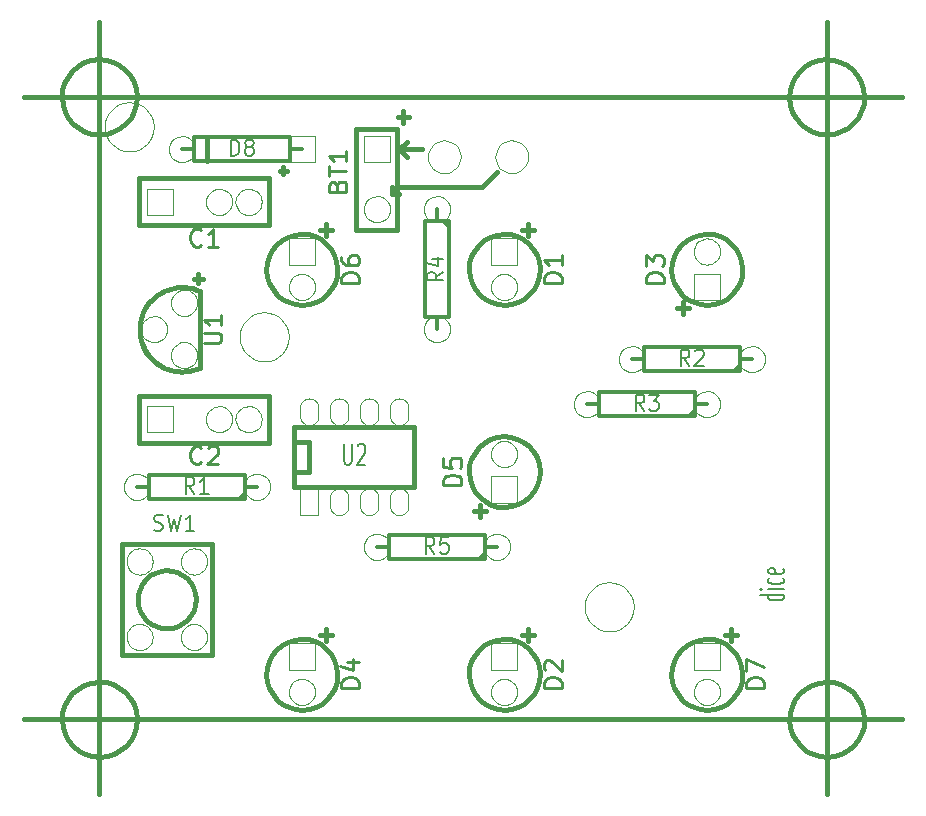
<source format=gto>
G04 (created by PCBNEW-RS274X (20100402 SVN-R2504)-final) date Sun 11 Apr 2010 05:01:01 PM CEST*
G01*
G70*
G90*
%MOIN*%
G04 Gerber Fmt 3.4, Leading zero omitted, Abs format*
%FSLAX34Y34*%
G04 APERTURE LIST*
%ADD10C,0.001000*%
%ADD11C,0.015000*%
%ADD12C,0.006600*%
%ADD13C,0.012000*%
%ADD14C,0.009900*%
%ADD15C,0.007500*%
%ADD16C,0.010000*%
%ADD17C,0.008000*%
G04 APERTURE END LIST*
G54D10*
G54D11*
X80250Y-24500D02*
X80226Y-24742D01*
X80155Y-24976D01*
X80041Y-25191D01*
X79886Y-25380D01*
X79698Y-25536D01*
X79484Y-25652D01*
X79251Y-25724D01*
X79008Y-25749D01*
X78766Y-25727D01*
X78532Y-25658D01*
X78316Y-25545D01*
X78126Y-25393D01*
X77969Y-25206D01*
X77852Y-24992D01*
X77778Y-24759D01*
X77751Y-24517D01*
X77771Y-24275D01*
X77838Y-24040D01*
X77950Y-23823D01*
X78101Y-23632D01*
X78287Y-23474D01*
X78500Y-23355D01*
X78732Y-23280D01*
X78974Y-23251D01*
X79217Y-23269D01*
X79452Y-23335D01*
X79669Y-23445D01*
X79862Y-23595D01*
X80021Y-23780D01*
X80141Y-23992D01*
X80218Y-24224D01*
X80249Y-24466D01*
X80250Y-24500D01*
X76500Y-24500D02*
X81500Y-24500D01*
X79000Y-22000D02*
X79000Y-27000D01*
X56000Y-24500D02*
X55976Y-24742D01*
X55905Y-24976D01*
X55791Y-25191D01*
X55636Y-25380D01*
X55448Y-25536D01*
X55234Y-25652D01*
X55001Y-25724D01*
X54758Y-25749D01*
X54516Y-25727D01*
X54282Y-25658D01*
X54066Y-25545D01*
X53876Y-25393D01*
X53719Y-25206D01*
X53602Y-24992D01*
X53528Y-24759D01*
X53501Y-24517D01*
X53521Y-24275D01*
X53588Y-24040D01*
X53700Y-23823D01*
X53851Y-23632D01*
X54037Y-23474D01*
X54250Y-23355D01*
X54482Y-23280D01*
X54724Y-23251D01*
X54967Y-23269D01*
X55202Y-23335D01*
X55419Y-23445D01*
X55612Y-23595D01*
X55771Y-23780D01*
X55891Y-23992D01*
X55968Y-24224D01*
X55999Y-24466D01*
X56000Y-24500D01*
X52250Y-24500D02*
X57250Y-24500D01*
X54750Y-22000D02*
X54750Y-27000D01*
X56000Y-45250D02*
X55976Y-45492D01*
X55905Y-45726D01*
X55791Y-45941D01*
X55636Y-46130D01*
X55448Y-46286D01*
X55234Y-46402D01*
X55001Y-46474D01*
X54758Y-46499D01*
X54516Y-46477D01*
X54282Y-46408D01*
X54066Y-46295D01*
X53876Y-46143D01*
X53719Y-45956D01*
X53602Y-45742D01*
X53528Y-45509D01*
X53501Y-45267D01*
X53521Y-45025D01*
X53588Y-44790D01*
X53700Y-44573D01*
X53851Y-44382D01*
X54037Y-44224D01*
X54250Y-44105D01*
X54482Y-44030D01*
X54724Y-44001D01*
X54967Y-44019D01*
X55202Y-44085D01*
X55419Y-44195D01*
X55612Y-44345D01*
X55771Y-44530D01*
X55891Y-44742D01*
X55968Y-44974D01*
X55999Y-45216D01*
X56000Y-45250D01*
X52250Y-45250D02*
X57250Y-45250D01*
X54750Y-42750D02*
X54750Y-47750D01*
X80250Y-45250D02*
X80226Y-45492D01*
X80155Y-45726D01*
X80041Y-45941D01*
X79886Y-46130D01*
X79698Y-46286D01*
X79484Y-46402D01*
X79251Y-46474D01*
X79008Y-46499D01*
X78766Y-46477D01*
X78532Y-46408D01*
X78316Y-46295D01*
X78126Y-46143D01*
X77969Y-45956D01*
X77852Y-45742D01*
X77778Y-45509D01*
X77751Y-45267D01*
X77771Y-45025D01*
X77838Y-44790D01*
X77950Y-44573D01*
X78101Y-44382D01*
X78287Y-44224D01*
X78500Y-44105D01*
X78732Y-44030D01*
X78974Y-44001D01*
X79217Y-44019D01*
X79452Y-44085D01*
X79669Y-44195D01*
X79862Y-44345D01*
X80021Y-44530D01*
X80141Y-44742D01*
X80218Y-44974D01*
X80249Y-45216D01*
X80250Y-45250D01*
X76500Y-45250D02*
X81500Y-45250D01*
X79000Y-42750D02*
X79000Y-47750D01*
X79000Y-24500D02*
X54750Y-24500D01*
X79000Y-45250D02*
X54750Y-45250D01*
X79000Y-29500D02*
X79000Y-45250D01*
X79000Y-29500D02*
X79000Y-24500D01*
X54750Y-44750D02*
X54750Y-45250D01*
X54750Y-24500D02*
X54750Y-25750D01*
X65250Y-26250D02*
X65500Y-26250D01*
X65000Y-26250D02*
X65250Y-26250D01*
X64750Y-26250D02*
X65000Y-26250D01*
X64500Y-27750D02*
X64750Y-27750D01*
X64500Y-27750D02*
X64500Y-27500D01*
X64750Y-27500D02*
X64500Y-27750D01*
X67500Y-27500D02*
X64750Y-27500D01*
X68000Y-27000D02*
X67500Y-27500D01*
X64750Y-26250D02*
X65000Y-26500D01*
X64750Y-26250D02*
X65000Y-26000D01*
G54D12*
X77574Y-41097D02*
X76774Y-41097D01*
X77536Y-41097D02*
X77574Y-41135D01*
X77574Y-41210D01*
X77536Y-41247D01*
X77498Y-41266D01*
X77421Y-41285D01*
X77193Y-41285D01*
X77117Y-41266D01*
X77079Y-41247D01*
X77040Y-41210D01*
X77040Y-41135D01*
X77079Y-41097D01*
X77574Y-40910D02*
X77040Y-40910D01*
X76774Y-40910D02*
X76812Y-40929D01*
X76850Y-40910D01*
X76812Y-40891D01*
X76774Y-40910D01*
X76850Y-40910D01*
X77536Y-40553D02*
X77574Y-40591D01*
X77574Y-40666D01*
X77536Y-40703D01*
X77498Y-40722D01*
X77421Y-40741D01*
X77193Y-40741D01*
X77117Y-40722D01*
X77079Y-40703D01*
X77040Y-40666D01*
X77040Y-40591D01*
X77079Y-40553D01*
X77536Y-40234D02*
X77574Y-40272D01*
X77574Y-40347D01*
X77536Y-40384D01*
X77460Y-40403D01*
X77155Y-40403D01*
X77079Y-40384D01*
X77040Y-40347D01*
X77040Y-40272D01*
X77079Y-40234D01*
X77155Y-40215D01*
X77231Y-40215D01*
X77307Y-40403D01*
G54D11*
X54750Y-25750D02*
X54750Y-44750D01*
X58051Y-30557D02*
X57894Y-30557D01*
X58209Y-30557D02*
X57933Y-30557D01*
X57933Y-30557D02*
X58051Y-30557D01*
X58051Y-30557D02*
X58051Y-30400D01*
X58051Y-30400D02*
X58051Y-30715D01*
X58091Y-33530D02*
X58091Y-30970D01*
X56221Y-31659D02*
X56175Y-31773D01*
X56138Y-31891D01*
X56112Y-32011D01*
X56096Y-32133D01*
X56092Y-32254D01*
X56097Y-32377D01*
X56114Y-32499D01*
X56141Y-32619D01*
X56178Y-32736D01*
X56226Y-32849D01*
X56283Y-32958D01*
X56349Y-33062D01*
X56424Y-33159D01*
X56508Y-33249D01*
X56599Y-33332D01*
X56696Y-33406D01*
X56800Y-33472D01*
X56909Y-33529D01*
X56221Y-32841D02*
X56278Y-32950D01*
X56344Y-33054D01*
X56418Y-33151D01*
X56501Y-33242D01*
X56591Y-33326D01*
X56688Y-33401D01*
X56792Y-33467D01*
X56901Y-33524D01*
X57014Y-33572D01*
X57131Y-33609D01*
X57251Y-33636D01*
X57373Y-33653D01*
X57496Y-33658D01*
X57617Y-33654D01*
X57739Y-33638D01*
X57859Y-33612D01*
X57977Y-33575D01*
X58091Y-33529D01*
X58091Y-30971D02*
X57977Y-30925D01*
X57859Y-30888D01*
X57739Y-30862D01*
X57617Y-30846D01*
X57496Y-30842D01*
X57373Y-30847D01*
X57251Y-30864D01*
X57131Y-30891D01*
X57014Y-30928D01*
X56901Y-30976D01*
X56792Y-31033D01*
X56688Y-31099D01*
X56591Y-31174D01*
X56501Y-31258D01*
X56418Y-31349D01*
X56344Y-31446D01*
X56278Y-31550D01*
X56221Y-31659D01*
X61250Y-36000D02*
X61750Y-36000D01*
X61750Y-36000D02*
X61750Y-37000D01*
X61750Y-37000D02*
X61250Y-37000D01*
X61250Y-35500D02*
X65250Y-35500D01*
X65250Y-35500D02*
X65250Y-37500D01*
X65250Y-37500D02*
X61250Y-37500D01*
X61250Y-37500D02*
X61250Y-35500D01*
X64689Y-25577D02*
X64689Y-28923D01*
X64689Y-28923D02*
X63409Y-28923D01*
X63409Y-28923D02*
X63311Y-28923D01*
X63311Y-28923D02*
X63311Y-25577D01*
X63311Y-25577D02*
X64689Y-25577D01*
X64886Y-24986D02*
X64886Y-25380D01*
X64690Y-25183D02*
X65083Y-25183D01*
X56085Y-27213D02*
X60415Y-27213D01*
X60415Y-27213D02*
X60415Y-28787D01*
X60415Y-28787D02*
X56085Y-28787D01*
X56085Y-28787D02*
X56085Y-27213D01*
X56085Y-34463D02*
X60415Y-34463D01*
X60415Y-34463D02*
X60415Y-36037D01*
X60415Y-36037D02*
X56085Y-36037D01*
X56085Y-36037D02*
X56085Y-34463D01*
X58325Y-26650D02*
X58325Y-25850D01*
X60878Y-26959D02*
X60878Y-26841D01*
X60878Y-26959D02*
X60878Y-27077D01*
X60917Y-26959D02*
X60996Y-26959D01*
X60917Y-26959D02*
X60760Y-26959D01*
G54D13*
X61500Y-26250D02*
X61100Y-26250D01*
X61100Y-26250D02*
X61100Y-26650D01*
X61100Y-26650D02*
X57900Y-26650D01*
X57900Y-26650D02*
X57900Y-25850D01*
X57900Y-25850D02*
X61100Y-25850D01*
X61100Y-25850D02*
X61100Y-26250D01*
X57500Y-26250D02*
X57900Y-26250D01*
G54D11*
X69431Y-43750D02*
X69408Y-43979D01*
X69341Y-44200D01*
X69233Y-44403D01*
X69088Y-44582D01*
X68910Y-44729D01*
X68707Y-44838D01*
X68487Y-44906D01*
X68258Y-44930D01*
X68029Y-44910D01*
X67808Y-44845D01*
X67604Y-44738D01*
X67424Y-44593D01*
X67276Y-44417D01*
X67165Y-44215D01*
X67095Y-43995D01*
X67070Y-43766D01*
X67089Y-43537D01*
X67152Y-43316D01*
X67258Y-43111D01*
X67401Y-42930D01*
X67576Y-42781D01*
X67778Y-42668D01*
X67997Y-42597D01*
X68226Y-42570D01*
X68455Y-42587D01*
X68677Y-42649D01*
X68882Y-42753D01*
X69064Y-42895D01*
X69215Y-43070D01*
X69328Y-43270D01*
X69401Y-43489D01*
X69430Y-43718D01*
X69431Y-43750D01*
X69048Y-42253D02*
X69048Y-42653D01*
X69248Y-42453D02*
X68848Y-42453D01*
X69431Y-30250D02*
X69408Y-30479D01*
X69341Y-30700D01*
X69233Y-30903D01*
X69088Y-31082D01*
X68910Y-31229D01*
X68707Y-31338D01*
X68487Y-31406D01*
X68258Y-31430D01*
X68029Y-31410D01*
X67808Y-31345D01*
X67604Y-31238D01*
X67424Y-31093D01*
X67276Y-30917D01*
X67165Y-30715D01*
X67095Y-30495D01*
X67070Y-30266D01*
X67089Y-30037D01*
X67152Y-29816D01*
X67258Y-29611D01*
X67401Y-29430D01*
X67576Y-29281D01*
X67778Y-29168D01*
X67997Y-29097D01*
X68226Y-29070D01*
X68455Y-29087D01*
X68677Y-29149D01*
X68882Y-29253D01*
X69064Y-29395D01*
X69215Y-29570D01*
X69328Y-29770D01*
X69401Y-29989D01*
X69430Y-30218D01*
X69431Y-30250D01*
X69048Y-28753D02*
X69048Y-29153D01*
X69248Y-28953D02*
X68848Y-28953D01*
X69431Y-37000D02*
X69408Y-37229D01*
X69341Y-37450D01*
X69233Y-37653D01*
X69088Y-37832D01*
X68910Y-37979D01*
X68707Y-38088D01*
X68487Y-38156D01*
X68258Y-38180D01*
X68029Y-38160D01*
X67808Y-38095D01*
X67604Y-37988D01*
X67424Y-37843D01*
X67276Y-37667D01*
X67165Y-37465D01*
X67095Y-37245D01*
X67070Y-37016D01*
X67089Y-36787D01*
X67152Y-36566D01*
X67258Y-36361D01*
X67401Y-36180D01*
X67576Y-36031D01*
X67778Y-35918D01*
X67997Y-35847D01*
X68226Y-35820D01*
X68455Y-35837D01*
X68677Y-35899D01*
X68882Y-36003D01*
X69064Y-36145D01*
X69215Y-36320D01*
X69328Y-36520D01*
X69401Y-36739D01*
X69430Y-36968D01*
X69431Y-37000D01*
X67452Y-38497D02*
X67452Y-38097D01*
X67252Y-38297D02*
X67652Y-38297D01*
X76181Y-30250D02*
X76158Y-30479D01*
X76091Y-30700D01*
X75983Y-30903D01*
X75838Y-31082D01*
X75660Y-31229D01*
X75457Y-31338D01*
X75237Y-31406D01*
X75008Y-31430D01*
X74779Y-31410D01*
X74558Y-31345D01*
X74354Y-31238D01*
X74174Y-31093D01*
X74026Y-30917D01*
X73915Y-30715D01*
X73845Y-30495D01*
X73820Y-30266D01*
X73839Y-30037D01*
X73902Y-29816D01*
X74008Y-29611D01*
X74151Y-29430D01*
X74326Y-29281D01*
X74528Y-29168D01*
X74747Y-29097D01*
X74976Y-29070D01*
X75205Y-29087D01*
X75427Y-29149D01*
X75632Y-29253D01*
X75814Y-29395D01*
X75965Y-29570D01*
X76078Y-29770D01*
X76151Y-29989D01*
X76180Y-30218D01*
X76181Y-30250D01*
X74202Y-31747D02*
X74202Y-31347D01*
X74002Y-31547D02*
X74402Y-31547D01*
X62681Y-30250D02*
X62658Y-30479D01*
X62591Y-30700D01*
X62483Y-30903D01*
X62338Y-31082D01*
X62160Y-31229D01*
X61957Y-31338D01*
X61737Y-31406D01*
X61508Y-31430D01*
X61279Y-31410D01*
X61058Y-31345D01*
X60854Y-31238D01*
X60674Y-31093D01*
X60526Y-30917D01*
X60415Y-30715D01*
X60345Y-30495D01*
X60320Y-30266D01*
X60339Y-30037D01*
X60402Y-29816D01*
X60508Y-29611D01*
X60651Y-29430D01*
X60826Y-29281D01*
X61028Y-29168D01*
X61247Y-29097D01*
X61476Y-29070D01*
X61705Y-29087D01*
X61927Y-29149D01*
X62132Y-29253D01*
X62314Y-29395D01*
X62465Y-29570D01*
X62578Y-29770D01*
X62651Y-29989D01*
X62680Y-30218D01*
X62681Y-30250D01*
X62298Y-28753D02*
X62298Y-29153D01*
X62498Y-28953D02*
X62098Y-28953D01*
X76181Y-43750D02*
X76158Y-43979D01*
X76091Y-44200D01*
X75983Y-44403D01*
X75838Y-44582D01*
X75660Y-44729D01*
X75457Y-44838D01*
X75237Y-44906D01*
X75008Y-44930D01*
X74779Y-44910D01*
X74558Y-44845D01*
X74354Y-44738D01*
X74174Y-44593D01*
X74026Y-44417D01*
X73915Y-44215D01*
X73845Y-43995D01*
X73820Y-43766D01*
X73839Y-43537D01*
X73902Y-43316D01*
X74008Y-43111D01*
X74151Y-42930D01*
X74326Y-42781D01*
X74528Y-42668D01*
X74747Y-42597D01*
X74976Y-42570D01*
X75205Y-42587D01*
X75427Y-42649D01*
X75632Y-42753D01*
X75814Y-42895D01*
X75965Y-43070D01*
X76078Y-43270D01*
X76151Y-43489D01*
X76180Y-43718D01*
X76181Y-43750D01*
X75798Y-42253D02*
X75798Y-42653D01*
X75998Y-42453D02*
X75598Y-42453D01*
X62681Y-43750D02*
X62658Y-43979D01*
X62591Y-44200D01*
X62483Y-44403D01*
X62338Y-44582D01*
X62160Y-44729D01*
X61957Y-44838D01*
X61737Y-44906D01*
X61508Y-44930D01*
X61279Y-44910D01*
X61058Y-44845D01*
X60854Y-44738D01*
X60674Y-44593D01*
X60526Y-44417D01*
X60415Y-44215D01*
X60345Y-43995D01*
X60320Y-43766D01*
X60339Y-43537D01*
X60402Y-43316D01*
X60508Y-43111D01*
X60651Y-42930D01*
X60826Y-42781D01*
X61028Y-42668D01*
X61247Y-42597D01*
X61476Y-42570D01*
X61705Y-42587D01*
X61927Y-42649D01*
X62132Y-42753D01*
X62314Y-42895D01*
X62465Y-43070D01*
X62578Y-43270D01*
X62651Y-43489D01*
X62680Y-43718D01*
X62681Y-43750D01*
X62298Y-42253D02*
X62298Y-42653D01*
X62498Y-42453D02*
X62098Y-42453D01*
X57972Y-41250D02*
X57953Y-41438D01*
X57898Y-41620D01*
X57809Y-41787D01*
X57689Y-41934D01*
X57543Y-42055D01*
X57376Y-42146D01*
X57195Y-42202D01*
X57006Y-42221D01*
X56818Y-42204D01*
X56636Y-42151D01*
X56468Y-42063D01*
X56320Y-41944D01*
X56198Y-41799D01*
X56107Y-41632D01*
X56050Y-41452D01*
X56029Y-41263D01*
X56044Y-41075D01*
X56097Y-40893D01*
X56183Y-40724D01*
X56301Y-40575D01*
X56446Y-40452D01*
X56611Y-40360D01*
X56792Y-40301D01*
X56980Y-40279D01*
X57168Y-40293D01*
X57351Y-40344D01*
X57520Y-40430D01*
X57670Y-40547D01*
X57794Y-40690D01*
X57887Y-40855D01*
X57947Y-41035D01*
X57971Y-41223D01*
X57972Y-41250D01*
X57906Y-39400D02*
X55543Y-39400D01*
X55543Y-39400D02*
X55504Y-39400D01*
X55504Y-39400D02*
X55504Y-40266D01*
X55504Y-40266D02*
X55504Y-43100D01*
X55504Y-43100D02*
X56094Y-43100D01*
X57906Y-39400D02*
X58496Y-39400D01*
X58496Y-39400D02*
X58496Y-39793D01*
X58496Y-42510D02*
X58496Y-39951D01*
X58496Y-39951D02*
X58496Y-39715D01*
X58496Y-42510D02*
X58496Y-43100D01*
X58496Y-43100D02*
X58063Y-43100D01*
X56055Y-43100D02*
X57866Y-43100D01*
X57866Y-43100D02*
X58063Y-43100D01*
G54D13*
X76500Y-33250D02*
X76100Y-33250D01*
X76100Y-33250D02*
X76100Y-33650D01*
X76100Y-33650D02*
X72900Y-33650D01*
X72900Y-33650D02*
X72900Y-32850D01*
X72900Y-32850D02*
X76100Y-32850D01*
X76100Y-32850D02*
X76100Y-33250D01*
X76100Y-33450D02*
X75900Y-33650D01*
X72500Y-33250D02*
X72900Y-33250D01*
X75000Y-34750D02*
X74600Y-34750D01*
X74600Y-34750D02*
X74600Y-35150D01*
X74600Y-35150D02*
X71400Y-35150D01*
X71400Y-35150D02*
X71400Y-34350D01*
X71400Y-34350D02*
X74600Y-34350D01*
X74600Y-34350D02*
X74600Y-34750D01*
X74600Y-34950D02*
X74400Y-35150D01*
X71000Y-34750D02*
X71400Y-34750D01*
X66000Y-28250D02*
X66000Y-28650D01*
X66000Y-28650D02*
X66400Y-28650D01*
X66400Y-28650D02*
X66400Y-31850D01*
X66400Y-31850D02*
X65600Y-31850D01*
X65600Y-31850D02*
X65600Y-28650D01*
X65600Y-28650D02*
X66000Y-28650D01*
X66200Y-28650D02*
X66400Y-28850D01*
X66000Y-32250D02*
X66000Y-31850D01*
X68000Y-39500D02*
X67600Y-39500D01*
X67600Y-39500D02*
X67600Y-39900D01*
X67600Y-39900D02*
X64400Y-39900D01*
X64400Y-39900D02*
X64400Y-39100D01*
X64400Y-39100D02*
X67600Y-39100D01*
X67600Y-39100D02*
X67600Y-39500D01*
X67600Y-39700D02*
X67400Y-39900D01*
X64000Y-39500D02*
X64400Y-39500D01*
X60000Y-37500D02*
X59600Y-37500D01*
X59600Y-37500D02*
X59600Y-37900D01*
X59600Y-37900D02*
X56400Y-37900D01*
X56400Y-37900D02*
X56400Y-37100D01*
X56400Y-37100D02*
X59600Y-37100D01*
X59600Y-37100D02*
X59600Y-37500D01*
X59600Y-37700D02*
X59400Y-37900D01*
X56000Y-37500D02*
X56400Y-37500D01*
G54D10*
X57013Y-32250D02*
X57004Y-32335D01*
X56979Y-32416D01*
X56939Y-32492D01*
X56885Y-32558D01*
X56819Y-32613D01*
X56744Y-32653D01*
X56663Y-32679D01*
X56578Y-32687D01*
X56493Y-32680D01*
X56411Y-32656D01*
X56336Y-32616D01*
X56269Y-32562D01*
X56214Y-32497D01*
X56173Y-32422D01*
X56147Y-32341D01*
X56138Y-32256D01*
X56145Y-32171D01*
X56168Y-32089D01*
X56207Y-32013D01*
X56260Y-31946D01*
X56326Y-31891D01*
X56400Y-31849D01*
X56481Y-31823D01*
X56566Y-31813D01*
X56651Y-31819D01*
X56733Y-31842D01*
X56809Y-31881D01*
X56877Y-31933D01*
X56932Y-31998D01*
X56975Y-32072D01*
X57002Y-32153D01*
X57012Y-32238D01*
X57013Y-32250D01*
X58017Y-33116D02*
X58008Y-33201D01*
X57983Y-33282D01*
X57943Y-33358D01*
X57889Y-33424D01*
X57823Y-33479D01*
X57748Y-33519D01*
X57667Y-33545D01*
X57582Y-33553D01*
X57497Y-33546D01*
X57415Y-33522D01*
X57340Y-33482D01*
X57273Y-33428D01*
X57218Y-33363D01*
X57177Y-33288D01*
X57151Y-33207D01*
X57142Y-33122D01*
X57149Y-33037D01*
X57172Y-32955D01*
X57211Y-32879D01*
X57264Y-32812D01*
X57330Y-32757D01*
X57404Y-32715D01*
X57485Y-32689D01*
X57570Y-32679D01*
X57655Y-32685D01*
X57737Y-32708D01*
X57813Y-32747D01*
X57881Y-32799D01*
X57936Y-32864D01*
X57979Y-32938D01*
X58006Y-33019D01*
X58016Y-33104D01*
X58017Y-33116D01*
X58017Y-31364D02*
X58008Y-31449D01*
X57983Y-31530D01*
X57943Y-31606D01*
X57889Y-31672D01*
X57823Y-31727D01*
X57748Y-31767D01*
X57667Y-31793D01*
X57582Y-31801D01*
X57497Y-31794D01*
X57415Y-31770D01*
X57340Y-31730D01*
X57273Y-31676D01*
X57218Y-31611D01*
X57177Y-31536D01*
X57151Y-31455D01*
X57142Y-31370D01*
X57149Y-31285D01*
X57172Y-31203D01*
X57211Y-31127D01*
X57264Y-31060D01*
X57330Y-31005D01*
X57404Y-30963D01*
X57485Y-30937D01*
X57570Y-30927D01*
X57655Y-30933D01*
X57737Y-30956D01*
X57813Y-30995D01*
X57881Y-31047D01*
X57936Y-31112D01*
X57979Y-31186D01*
X58006Y-31267D01*
X58016Y-31352D01*
X58017Y-31364D01*
X61445Y-37555D02*
X61445Y-38445D01*
X62055Y-38445D01*
X62055Y-37555D01*
X61445Y-37555D01*
X62445Y-37860D02*
X62445Y-38140D01*
X63055Y-37860D02*
X63055Y-38140D01*
X62445Y-38140D02*
X62447Y-38166D01*
X62450Y-38192D01*
X62456Y-38218D01*
X62464Y-38244D01*
X62474Y-38268D01*
X62486Y-38292D01*
X62501Y-38314D01*
X62517Y-38336D01*
X62535Y-38355D01*
X62554Y-38373D01*
X62576Y-38389D01*
X62598Y-38404D01*
X62622Y-38416D01*
X62646Y-38426D01*
X62672Y-38434D01*
X62698Y-38440D01*
X62724Y-38443D01*
X62750Y-38445D01*
X62776Y-38443D01*
X62802Y-38440D01*
X62828Y-38434D01*
X62854Y-38426D01*
X62878Y-38416D01*
X62902Y-38404D01*
X62924Y-38389D01*
X62946Y-38373D01*
X62965Y-38355D01*
X62983Y-38336D01*
X62999Y-38314D01*
X63014Y-38292D01*
X63026Y-38268D01*
X63036Y-38244D01*
X63044Y-38218D01*
X63050Y-38192D01*
X63053Y-38166D01*
X63055Y-38140D01*
X63055Y-37860D02*
X63053Y-37834D01*
X63050Y-37808D01*
X63044Y-37782D01*
X63036Y-37756D01*
X63026Y-37732D01*
X63014Y-37708D01*
X62999Y-37686D01*
X62983Y-37664D01*
X62965Y-37645D01*
X62946Y-37627D01*
X62924Y-37611D01*
X62902Y-37596D01*
X62878Y-37584D01*
X62854Y-37574D01*
X62828Y-37566D01*
X62802Y-37560D01*
X62776Y-37557D01*
X62750Y-37555D01*
X62724Y-37557D01*
X62698Y-37560D01*
X62672Y-37566D01*
X62646Y-37574D01*
X62622Y-37584D01*
X62598Y-37596D01*
X62576Y-37611D01*
X62554Y-37627D01*
X62535Y-37645D01*
X62517Y-37664D01*
X62501Y-37686D01*
X62486Y-37708D01*
X62474Y-37732D01*
X62464Y-37756D01*
X62456Y-37782D01*
X62450Y-37808D01*
X62447Y-37834D01*
X62445Y-37860D01*
X63445Y-37860D02*
X63445Y-38140D01*
X64055Y-37860D02*
X64055Y-38140D01*
X63445Y-38140D02*
X63447Y-38166D01*
X63450Y-38192D01*
X63456Y-38218D01*
X63464Y-38244D01*
X63474Y-38268D01*
X63486Y-38292D01*
X63501Y-38314D01*
X63517Y-38336D01*
X63535Y-38355D01*
X63554Y-38373D01*
X63576Y-38389D01*
X63598Y-38404D01*
X63622Y-38416D01*
X63646Y-38426D01*
X63672Y-38434D01*
X63698Y-38440D01*
X63724Y-38443D01*
X63750Y-38445D01*
X63776Y-38443D01*
X63802Y-38440D01*
X63828Y-38434D01*
X63854Y-38426D01*
X63878Y-38416D01*
X63902Y-38404D01*
X63924Y-38389D01*
X63946Y-38373D01*
X63965Y-38355D01*
X63983Y-38336D01*
X63999Y-38314D01*
X64014Y-38292D01*
X64026Y-38268D01*
X64036Y-38244D01*
X64044Y-38218D01*
X64050Y-38192D01*
X64053Y-38166D01*
X64055Y-38140D01*
X64055Y-37860D02*
X64053Y-37834D01*
X64050Y-37808D01*
X64044Y-37782D01*
X64036Y-37756D01*
X64026Y-37732D01*
X64014Y-37708D01*
X63999Y-37686D01*
X63983Y-37664D01*
X63965Y-37645D01*
X63946Y-37627D01*
X63924Y-37611D01*
X63902Y-37596D01*
X63878Y-37584D01*
X63854Y-37574D01*
X63828Y-37566D01*
X63802Y-37560D01*
X63776Y-37557D01*
X63750Y-37555D01*
X63724Y-37557D01*
X63698Y-37560D01*
X63672Y-37566D01*
X63646Y-37574D01*
X63622Y-37584D01*
X63598Y-37596D01*
X63576Y-37611D01*
X63554Y-37627D01*
X63535Y-37645D01*
X63517Y-37664D01*
X63501Y-37686D01*
X63486Y-37708D01*
X63474Y-37732D01*
X63464Y-37756D01*
X63456Y-37782D01*
X63450Y-37808D01*
X63447Y-37834D01*
X63445Y-37860D01*
X64445Y-37860D02*
X64445Y-38140D01*
X65055Y-37860D02*
X65055Y-38140D01*
X64445Y-38140D02*
X64447Y-38166D01*
X64450Y-38192D01*
X64456Y-38218D01*
X64464Y-38244D01*
X64474Y-38268D01*
X64486Y-38292D01*
X64501Y-38314D01*
X64517Y-38336D01*
X64535Y-38355D01*
X64554Y-38373D01*
X64576Y-38389D01*
X64598Y-38404D01*
X64622Y-38416D01*
X64646Y-38426D01*
X64672Y-38434D01*
X64698Y-38440D01*
X64724Y-38443D01*
X64750Y-38445D01*
X64776Y-38443D01*
X64802Y-38440D01*
X64828Y-38434D01*
X64854Y-38426D01*
X64878Y-38416D01*
X64902Y-38404D01*
X64924Y-38389D01*
X64946Y-38373D01*
X64965Y-38355D01*
X64983Y-38336D01*
X64999Y-38314D01*
X65014Y-38292D01*
X65026Y-38268D01*
X65036Y-38244D01*
X65044Y-38218D01*
X65050Y-38192D01*
X65053Y-38166D01*
X65055Y-38140D01*
X65055Y-37860D02*
X65053Y-37834D01*
X65050Y-37808D01*
X65044Y-37782D01*
X65036Y-37756D01*
X65026Y-37732D01*
X65014Y-37708D01*
X64999Y-37686D01*
X64983Y-37664D01*
X64965Y-37645D01*
X64946Y-37627D01*
X64924Y-37611D01*
X64902Y-37596D01*
X64878Y-37584D01*
X64854Y-37574D01*
X64828Y-37566D01*
X64802Y-37560D01*
X64776Y-37557D01*
X64750Y-37555D01*
X64724Y-37557D01*
X64698Y-37560D01*
X64672Y-37566D01*
X64646Y-37574D01*
X64622Y-37584D01*
X64598Y-37596D01*
X64576Y-37611D01*
X64554Y-37627D01*
X64535Y-37645D01*
X64517Y-37664D01*
X64501Y-37686D01*
X64486Y-37708D01*
X64474Y-37732D01*
X64464Y-37756D01*
X64456Y-37782D01*
X64450Y-37808D01*
X64447Y-37834D01*
X64445Y-37860D01*
X64445Y-34860D02*
X64445Y-35140D01*
X65055Y-34860D02*
X65055Y-35140D01*
X64445Y-35140D02*
X64447Y-35166D01*
X64450Y-35192D01*
X64456Y-35218D01*
X64464Y-35244D01*
X64474Y-35268D01*
X64486Y-35292D01*
X64501Y-35314D01*
X64517Y-35336D01*
X64535Y-35355D01*
X64554Y-35373D01*
X64576Y-35389D01*
X64598Y-35404D01*
X64622Y-35416D01*
X64646Y-35426D01*
X64672Y-35434D01*
X64698Y-35440D01*
X64724Y-35443D01*
X64750Y-35445D01*
X64776Y-35443D01*
X64802Y-35440D01*
X64828Y-35434D01*
X64854Y-35426D01*
X64878Y-35416D01*
X64902Y-35404D01*
X64924Y-35389D01*
X64946Y-35373D01*
X64965Y-35355D01*
X64983Y-35336D01*
X64999Y-35314D01*
X65014Y-35292D01*
X65026Y-35268D01*
X65036Y-35244D01*
X65044Y-35218D01*
X65050Y-35192D01*
X65053Y-35166D01*
X65055Y-35140D01*
X65055Y-34860D02*
X65053Y-34834D01*
X65050Y-34808D01*
X65044Y-34782D01*
X65036Y-34756D01*
X65026Y-34732D01*
X65014Y-34708D01*
X64999Y-34686D01*
X64983Y-34664D01*
X64965Y-34645D01*
X64946Y-34627D01*
X64924Y-34611D01*
X64902Y-34596D01*
X64878Y-34584D01*
X64854Y-34574D01*
X64828Y-34566D01*
X64802Y-34560D01*
X64776Y-34557D01*
X64750Y-34555D01*
X64724Y-34557D01*
X64698Y-34560D01*
X64672Y-34566D01*
X64646Y-34574D01*
X64622Y-34584D01*
X64598Y-34596D01*
X64576Y-34611D01*
X64554Y-34627D01*
X64535Y-34645D01*
X64517Y-34664D01*
X64501Y-34686D01*
X64486Y-34708D01*
X64474Y-34732D01*
X64464Y-34756D01*
X64456Y-34782D01*
X64450Y-34808D01*
X64447Y-34834D01*
X64445Y-34860D01*
X63445Y-34860D02*
X63445Y-35140D01*
X64055Y-34860D02*
X64055Y-35140D01*
X63445Y-35140D02*
X63447Y-35166D01*
X63450Y-35192D01*
X63456Y-35218D01*
X63464Y-35244D01*
X63474Y-35268D01*
X63486Y-35292D01*
X63501Y-35314D01*
X63517Y-35336D01*
X63535Y-35355D01*
X63554Y-35373D01*
X63576Y-35389D01*
X63598Y-35404D01*
X63622Y-35416D01*
X63646Y-35426D01*
X63672Y-35434D01*
X63698Y-35440D01*
X63724Y-35443D01*
X63750Y-35445D01*
X63776Y-35443D01*
X63802Y-35440D01*
X63828Y-35434D01*
X63854Y-35426D01*
X63878Y-35416D01*
X63902Y-35404D01*
X63924Y-35389D01*
X63946Y-35373D01*
X63965Y-35355D01*
X63983Y-35336D01*
X63999Y-35314D01*
X64014Y-35292D01*
X64026Y-35268D01*
X64036Y-35244D01*
X64044Y-35218D01*
X64050Y-35192D01*
X64053Y-35166D01*
X64055Y-35140D01*
X64055Y-34860D02*
X64053Y-34834D01*
X64050Y-34808D01*
X64044Y-34782D01*
X64036Y-34756D01*
X64026Y-34732D01*
X64014Y-34708D01*
X63999Y-34686D01*
X63983Y-34664D01*
X63965Y-34645D01*
X63946Y-34627D01*
X63924Y-34611D01*
X63902Y-34596D01*
X63878Y-34584D01*
X63854Y-34574D01*
X63828Y-34566D01*
X63802Y-34560D01*
X63776Y-34557D01*
X63750Y-34555D01*
X63724Y-34557D01*
X63698Y-34560D01*
X63672Y-34566D01*
X63646Y-34574D01*
X63622Y-34584D01*
X63598Y-34596D01*
X63576Y-34611D01*
X63554Y-34627D01*
X63535Y-34645D01*
X63517Y-34664D01*
X63501Y-34686D01*
X63486Y-34708D01*
X63474Y-34732D01*
X63464Y-34756D01*
X63456Y-34782D01*
X63450Y-34808D01*
X63447Y-34834D01*
X63445Y-34860D01*
X62445Y-34860D02*
X62445Y-35140D01*
X63055Y-34860D02*
X63055Y-35140D01*
X62445Y-35140D02*
X62447Y-35166D01*
X62450Y-35192D01*
X62456Y-35218D01*
X62464Y-35244D01*
X62474Y-35268D01*
X62486Y-35292D01*
X62501Y-35314D01*
X62517Y-35336D01*
X62535Y-35355D01*
X62554Y-35373D01*
X62576Y-35389D01*
X62598Y-35404D01*
X62622Y-35416D01*
X62646Y-35426D01*
X62672Y-35434D01*
X62698Y-35440D01*
X62724Y-35443D01*
X62750Y-35445D01*
X62776Y-35443D01*
X62802Y-35440D01*
X62828Y-35434D01*
X62854Y-35426D01*
X62878Y-35416D01*
X62902Y-35404D01*
X62924Y-35389D01*
X62946Y-35373D01*
X62965Y-35355D01*
X62983Y-35336D01*
X62999Y-35314D01*
X63014Y-35292D01*
X63026Y-35268D01*
X63036Y-35244D01*
X63044Y-35218D01*
X63050Y-35192D01*
X63053Y-35166D01*
X63055Y-35140D01*
X63055Y-34860D02*
X63053Y-34834D01*
X63050Y-34808D01*
X63044Y-34782D01*
X63036Y-34756D01*
X63026Y-34732D01*
X63014Y-34708D01*
X62999Y-34686D01*
X62983Y-34664D01*
X62965Y-34645D01*
X62946Y-34627D01*
X62924Y-34611D01*
X62902Y-34596D01*
X62878Y-34584D01*
X62854Y-34574D01*
X62828Y-34566D01*
X62802Y-34560D01*
X62776Y-34557D01*
X62750Y-34555D01*
X62724Y-34557D01*
X62698Y-34560D01*
X62672Y-34566D01*
X62646Y-34574D01*
X62622Y-34584D01*
X62598Y-34596D01*
X62576Y-34611D01*
X62554Y-34627D01*
X62535Y-34645D01*
X62517Y-34664D01*
X62501Y-34686D01*
X62486Y-34708D01*
X62474Y-34732D01*
X62464Y-34756D01*
X62456Y-34782D01*
X62450Y-34808D01*
X62447Y-34834D01*
X62445Y-34860D01*
X61445Y-34860D02*
X61445Y-35140D01*
X62055Y-34860D02*
X62055Y-35140D01*
X61445Y-35140D02*
X61447Y-35166D01*
X61450Y-35192D01*
X61456Y-35218D01*
X61464Y-35244D01*
X61474Y-35268D01*
X61486Y-35292D01*
X61501Y-35314D01*
X61517Y-35336D01*
X61535Y-35355D01*
X61554Y-35373D01*
X61576Y-35389D01*
X61598Y-35404D01*
X61622Y-35416D01*
X61646Y-35426D01*
X61672Y-35434D01*
X61698Y-35440D01*
X61724Y-35443D01*
X61750Y-35445D01*
X61776Y-35443D01*
X61802Y-35440D01*
X61828Y-35434D01*
X61854Y-35426D01*
X61878Y-35416D01*
X61902Y-35404D01*
X61924Y-35389D01*
X61946Y-35373D01*
X61965Y-35355D01*
X61983Y-35336D01*
X61999Y-35314D01*
X62014Y-35292D01*
X62026Y-35268D01*
X62036Y-35244D01*
X62044Y-35218D01*
X62050Y-35192D01*
X62053Y-35166D01*
X62055Y-35140D01*
X62055Y-34860D02*
X62053Y-34834D01*
X62050Y-34808D01*
X62044Y-34782D01*
X62036Y-34756D01*
X62026Y-34732D01*
X62014Y-34708D01*
X61999Y-34686D01*
X61983Y-34664D01*
X61965Y-34645D01*
X61946Y-34627D01*
X61924Y-34611D01*
X61902Y-34596D01*
X61878Y-34584D01*
X61854Y-34574D01*
X61828Y-34566D01*
X61802Y-34560D01*
X61776Y-34557D01*
X61750Y-34555D01*
X61724Y-34557D01*
X61698Y-34560D01*
X61672Y-34566D01*
X61646Y-34574D01*
X61622Y-34584D01*
X61598Y-34596D01*
X61576Y-34611D01*
X61554Y-34627D01*
X61535Y-34645D01*
X61517Y-34664D01*
X61501Y-34686D01*
X61486Y-34708D01*
X61474Y-34732D01*
X61464Y-34756D01*
X61456Y-34782D01*
X61450Y-34808D01*
X61447Y-34834D01*
X61445Y-34860D01*
X63562Y-25812D02*
X63562Y-26688D01*
X64438Y-26688D01*
X64438Y-25812D01*
X63562Y-25812D01*
X64438Y-28250D02*
X64429Y-28335D01*
X64404Y-28416D01*
X64364Y-28492D01*
X64310Y-28558D01*
X64244Y-28613D01*
X64169Y-28653D01*
X64088Y-28679D01*
X64003Y-28687D01*
X63918Y-28680D01*
X63836Y-28656D01*
X63761Y-28616D01*
X63694Y-28562D01*
X63639Y-28497D01*
X63598Y-28422D01*
X63572Y-28341D01*
X63563Y-28256D01*
X63570Y-28171D01*
X63593Y-28089D01*
X63632Y-28013D01*
X63685Y-27946D01*
X63751Y-27891D01*
X63825Y-27849D01*
X63906Y-27823D01*
X63991Y-27813D01*
X64076Y-27819D01*
X64158Y-27842D01*
X64234Y-27881D01*
X64302Y-27933D01*
X64357Y-27998D01*
X64400Y-28072D01*
X64427Y-28153D01*
X64437Y-28238D01*
X64438Y-28250D01*
X56336Y-27562D02*
X56336Y-28438D01*
X57212Y-28438D01*
X57212Y-27562D01*
X56336Y-27562D01*
X60164Y-28000D02*
X60155Y-28085D01*
X60130Y-28166D01*
X60090Y-28242D01*
X60036Y-28308D01*
X59970Y-28363D01*
X59895Y-28403D01*
X59814Y-28429D01*
X59729Y-28437D01*
X59644Y-28430D01*
X59562Y-28406D01*
X59487Y-28366D01*
X59420Y-28312D01*
X59365Y-28247D01*
X59324Y-28172D01*
X59298Y-28091D01*
X59289Y-28006D01*
X59296Y-27921D01*
X59319Y-27839D01*
X59358Y-27763D01*
X59411Y-27696D01*
X59477Y-27641D01*
X59551Y-27599D01*
X59632Y-27573D01*
X59717Y-27563D01*
X59802Y-27569D01*
X59884Y-27592D01*
X59960Y-27631D01*
X60028Y-27683D01*
X60083Y-27748D01*
X60126Y-27822D01*
X60153Y-27903D01*
X60163Y-27988D01*
X60164Y-28000D01*
X59180Y-28000D02*
X59171Y-28085D01*
X59146Y-28166D01*
X59106Y-28242D01*
X59052Y-28308D01*
X58986Y-28363D01*
X58911Y-28403D01*
X58830Y-28429D01*
X58745Y-28437D01*
X58660Y-28430D01*
X58578Y-28406D01*
X58503Y-28366D01*
X58436Y-28312D01*
X58381Y-28247D01*
X58340Y-28172D01*
X58314Y-28091D01*
X58305Y-28006D01*
X58312Y-27921D01*
X58335Y-27839D01*
X58374Y-27763D01*
X58427Y-27696D01*
X58493Y-27641D01*
X58567Y-27599D01*
X58648Y-27573D01*
X58733Y-27563D01*
X58818Y-27569D01*
X58900Y-27592D01*
X58976Y-27631D01*
X59044Y-27683D01*
X59099Y-27748D01*
X59142Y-27822D01*
X59169Y-27903D01*
X59179Y-27988D01*
X59180Y-28000D01*
X56336Y-34812D02*
X56336Y-35688D01*
X57212Y-35688D01*
X57212Y-34812D01*
X56336Y-34812D01*
X60164Y-35250D02*
X60155Y-35335D01*
X60130Y-35416D01*
X60090Y-35492D01*
X60036Y-35558D01*
X59970Y-35613D01*
X59895Y-35653D01*
X59814Y-35679D01*
X59729Y-35687D01*
X59644Y-35680D01*
X59562Y-35656D01*
X59487Y-35616D01*
X59420Y-35562D01*
X59365Y-35497D01*
X59324Y-35422D01*
X59298Y-35341D01*
X59289Y-35256D01*
X59296Y-35171D01*
X59319Y-35089D01*
X59358Y-35013D01*
X59411Y-34946D01*
X59477Y-34891D01*
X59551Y-34849D01*
X59632Y-34823D01*
X59717Y-34813D01*
X59802Y-34819D01*
X59884Y-34842D01*
X59960Y-34881D01*
X60028Y-34933D01*
X60083Y-34998D01*
X60126Y-35072D01*
X60153Y-35153D01*
X60163Y-35238D01*
X60164Y-35250D01*
X59180Y-35250D02*
X59171Y-35335D01*
X59146Y-35416D01*
X59106Y-35492D01*
X59052Y-35558D01*
X58986Y-35613D01*
X58911Y-35653D01*
X58830Y-35679D01*
X58745Y-35687D01*
X58660Y-35680D01*
X58578Y-35656D01*
X58503Y-35616D01*
X58436Y-35562D01*
X58381Y-35497D01*
X58340Y-35422D01*
X58314Y-35341D01*
X58305Y-35256D01*
X58312Y-35171D01*
X58335Y-35089D01*
X58374Y-35013D01*
X58427Y-34946D01*
X58493Y-34891D01*
X58567Y-34849D01*
X58648Y-34823D01*
X58733Y-34813D01*
X58818Y-34819D01*
X58900Y-34842D01*
X58976Y-34881D01*
X59044Y-34933D01*
X59099Y-34998D01*
X59142Y-35072D01*
X59169Y-35153D01*
X59179Y-35238D01*
X59180Y-35250D01*
X61062Y-25812D02*
X61062Y-26688D01*
X61938Y-26688D01*
X61938Y-25812D01*
X61062Y-25812D01*
X57938Y-26250D02*
X57929Y-26335D01*
X57904Y-26416D01*
X57864Y-26492D01*
X57810Y-26558D01*
X57744Y-26613D01*
X57669Y-26653D01*
X57588Y-26679D01*
X57503Y-26687D01*
X57418Y-26680D01*
X57336Y-26656D01*
X57261Y-26616D01*
X57194Y-26562D01*
X57139Y-26497D01*
X57098Y-26422D01*
X57072Y-26341D01*
X57063Y-26256D01*
X57070Y-26171D01*
X57093Y-26089D01*
X57132Y-26013D01*
X57185Y-25946D01*
X57251Y-25891D01*
X57325Y-25849D01*
X57406Y-25823D01*
X57491Y-25813D01*
X57576Y-25819D01*
X57658Y-25842D01*
X57734Y-25881D01*
X57802Y-25933D01*
X57857Y-25998D01*
X57900Y-26072D01*
X57927Y-26153D01*
X57937Y-26238D01*
X57938Y-26250D01*
X67812Y-42721D02*
X67812Y-43597D01*
X68688Y-43597D01*
X68688Y-42721D01*
X67812Y-42721D01*
X68688Y-44341D02*
X68679Y-44426D01*
X68654Y-44507D01*
X68614Y-44583D01*
X68560Y-44649D01*
X68494Y-44704D01*
X68419Y-44744D01*
X68338Y-44770D01*
X68253Y-44778D01*
X68168Y-44771D01*
X68086Y-44747D01*
X68011Y-44707D01*
X67944Y-44653D01*
X67889Y-44588D01*
X67848Y-44513D01*
X67822Y-44432D01*
X67813Y-44347D01*
X67820Y-44262D01*
X67843Y-44180D01*
X67882Y-44104D01*
X67935Y-44037D01*
X68001Y-43982D01*
X68075Y-43940D01*
X68156Y-43914D01*
X68241Y-43904D01*
X68326Y-43910D01*
X68408Y-43933D01*
X68484Y-43972D01*
X68552Y-44024D01*
X68607Y-44089D01*
X68650Y-44163D01*
X68677Y-44244D01*
X68687Y-44329D01*
X68688Y-44341D01*
X67812Y-29221D02*
X67812Y-30097D01*
X68688Y-30097D01*
X68688Y-29221D01*
X67812Y-29221D01*
X68688Y-30841D02*
X68679Y-30926D01*
X68654Y-31007D01*
X68614Y-31083D01*
X68560Y-31149D01*
X68494Y-31204D01*
X68419Y-31244D01*
X68338Y-31270D01*
X68253Y-31278D01*
X68168Y-31271D01*
X68086Y-31247D01*
X68011Y-31207D01*
X67944Y-31153D01*
X67889Y-31088D01*
X67848Y-31013D01*
X67822Y-30932D01*
X67813Y-30847D01*
X67820Y-30762D01*
X67843Y-30680D01*
X67882Y-30604D01*
X67935Y-30537D01*
X68001Y-30482D01*
X68075Y-30440D01*
X68156Y-30414D01*
X68241Y-30404D01*
X68326Y-30410D01*
X68408Y-30433D01*
X68484Y-30472D01*
X68552Y-30524D01*
X68607Y-30589D01*
X68650Y-30663D01*
X68677Y-30744D01*
X68687Y-30829D01*
X68688Y-30841D01*
X67812Y-37153D02*
X67812Y-38029D01*
X68688Y-38029D01*
X68688Y-37153D01*
X67812Y-37153D01*
X68688Y-36409D02*
X68679Y-36494D01*
X68654Y-36575D01*
X68614Y-36651D01*
X68560Y-36717D01*
X68494Y-36772D01*
X68419Y-36812D01*
X68338Y-36838D01*
X68253Y-36846D01*
X68168Y-36839D01*
X68086Y-36815D01*
X68011Y-36775D01*
X67944Y-36721D01*
X67889Y-36656D01*
X67848Y-36581D01*
X67822Y-36500D01*
X67813Y-36415D01*
X67820Y-36330D01*
X67843Y-36248D01*
X67882Y-36172D01*
X67935Y-36105D01*
X68001Y-36050D01*
X68075Y-36008D01*
X68156Y-35982D01*
X68241Y-35972D01*
X68326Y-35978D01*
X68408Y-36001D01*
X68484Y-36040D01*
X68552Y-36092D01*
X68607Y-36157D01*
X68650Y-36231D01*
X68677Y-36312D01*
X68687Y-36397D01*
X68688Y-36409D01*
X74562Y-30403D02*
X74562Y-31279D01*
X75438Y-31279D01*
X75438Y-30403D01*
X74562Y-30403D01*
X75438Y-29659D02*
X75429Y-29744D01*
X75404Y-29825D01*
X75364Y-29901D01*
X75310Y-29967D01*
X75244Y-30022D01*
X75169Y-30062D01*
X75088Y-30088D01*
X75003Y-30096D01*
X74918Y-30089D01*
X74836Y-30065D01*
X74761Y-30025D01*
X74694Y-29971D01*
X74639Y-29906D01*
X74598Y-29831D01*
X74572Y-29750D01*
X74563Y-29665D01*
X74570Y-29580D01*
X74593Y-29498D01*
X74632Y-29422D01*
X74685Y-29355D01*
X74751Y-29300D01*
X74825Y-29258D01*
X74906Y-29232D01*
X74991Y-29222D01*
X75076Y-29228D01*
X75158Y-29251D01*
X75234Y-29290D01*
X75302Y-29342D01*
X75357Y-29407D01*
X75400Y-29481D01*
X75427Y-29562D01*
X75437Y-29647D01*
X75438Y-29659D01*
X61062Y-29221D02*
X61062Y-30097D01*
X61938Y-30097D01*
X61938Y-29221D01*
X61062Y-29221D01*
X61938Y-30841D02*
X61929Y-30926D01*
X61904Y-31007D01*
X61864Y-31083D01*
X61810Y-31149D01*
X61744Y-31204D01*
X61669Y-31244D01*
X61588Y-31270D01*
X61503Y-31278D01*
X61418Y-31271D01*
X61336Y-31247D01*
X61261Y-31207D01*
X61194Y-31153D01*
X61139Y-31088D01*
X61098Y-31013D01*
X61072Y-30932D01*
X61063Y-30847D01*
X61070Y-30762D01*
X61093Y-30680D01*
X61132Y-30604D01*
X61185Y-30537D01*
X61251Y-30482D01*
X61325Y-30440D01*
X61406Y-30414D01*
X61491Y-30404D01*
X61576Y-30410D01*
X61658Y-30433D01*
X61734Y-30472D01*
X61802Y-30524D01*
X61857Y-30589D01*
X61900Y-30663D01*
X61927Y-30744D01*
X61937Y-30829D01*
X61938Y-30841D01*
X74562Y-42721D02*
X74562Y-43597D01*
X75438Y-43597D01*
X75438Y-42721D01*
X74562Y-42721D01*
X75438Y-44341D02*
X75429Y-44426D01*
X75404Y-44507D01*
X75364Y-44583D01*
X75310Y-44649D01*
X75244Y-44704D01*
X75169Y-44744D01*
X75088Y-44770D01*
X75003Y-44778D01*
X74918Y-44771D01*
X74836Y-44747D01*
X74761Y-44707D01*
X74694Y-44653D01*
X74639Y-44588D01*
X74598Y-44513D01*
X74572Y-44432D01*
X74563Y-44347D01*
X74570Y-44262D01*
X74593Y-44180D01*
X74632Y-44104D01*
X74685Y-44037D01*
X74751Y-43982D01*
X74825Y-43940D01*
X74906Y-43914D01*
X74991Y-43904D01*
X75076Y-43910D01*
X75158Y-43933D01*
X75234Y-43972D01*
X75302Y-44024D01*
X75357Y-44089D01*
X75400Y-44163D01*
X75427Y-44244D01*
X75437Y-44329D01*
X75438Y-44341D01*
X61062Y-42721D02*
X61062Y-43597D01*
X61938Y-43597D01*
X61938Y-42721D01*
X61062Y-42721D01*
X61938Y-44341D02*
X61929Y-44426D01*
X61904Y-44507D01*
X61864Y-44583D01*
X61810Y-44649D01*
X61744Y-44704D01*
X61669Y-44744D01*
X61588Y-44770D01*
X61503Y-44778D01*
X61418Y-44771D01*
X61336Y-44747D01*
X61261Y-44707D01*
X61194Y-44653D01*
X61139Y-44588D01*
X61098Y-44513D01*
X61072Y-44432D01*
X61063Y-44347D01*
X61070Y-44262D01*
X61093Y-44180D01*
X61132Y-44104D01*
X61185Y-44037D01*
X61251Y-43982D01*
X61325Y-43940D01*
X61406Y-43914D01*
X61491Y-43904D01*
X61576Y-43910D01*
X61658Y-43933D01*
X61734Y-43972D01*
X61802Y-44024D01*
X61857Y-44089D01*
X61900Y-44163D01*
X61927Y-44244D01*
X61937Y-44329D01*
X61938Y-44341D01*
X56532Y-39990D02*
X56523Y-40075D01*
X56498Y-40156D01*
X56458Y-40232D01*
X56404Y-40298D01*
X56338Y-40353D01*
X56263Y-40393D01*
X56182Y-40419D01*
X56097Y-40427D01*
X56012Y-40420D01*
X55930Y-40396D01*
X55855Y-40356D01*
X55788Y-40302D01*
X55733Y-40237D01*
X55692Y-40162D01*
X55666Y-40081D01*
X55657Y-39996D01*
X55664Y-39911D01*
X55687Y-39829D01*
X55726Y-39753D01*
X55779Y-39686D01*
X55845Y-39631D01*
X55919Y-39589D01*
X56000Y-39563D01*
X56085Y-39553D01*
X56170Y-39559D01*
X56252Y-39582D01*
X56328Y-39621D01*
X56396Y-39673D01*
X56451Y-39738D01*
X56494Y-39812D01*
X56521Y-39893D01*
X56531Y-39978D01*
X56532Y-39990D01*
X58344Y-39990D02*
X58335Y-40075D01*
X58310Y-40156D01*
X58270Y-40232D01*
X58216Y-40298D01*
X58150Y-40353D01*
X58075Y-40393D01*
X57994Y-40419D01*
X57909Y-40427D01*
X57824Y-40420D01*
X57742Y-40396D01*
X57667Y-40356D01*
X57600Y-40302D01*
X57545Y-40237D01*
X57504Y-40162D01*
X57478Y-40081D01*
X57469Y-39996D01*
X57476Y-39911D01*
X57499Y-39829D01*
X57538Y-39753D01*
X57591Y-39686D01*
X57657Y-39631D01*
X57731Y-39589D01*
X57812Y-39563D01*
X57897Y-39553D01*
X57982Y-39559D01*
X58064Y-39582D01*
X58140Y-39621D01*
X58208Y-39673D01*
X58263Y-39738D01*
X58306Y-39812D01*
X58333Y-39893D01*
X58343Y-39978D01*
X58344Y-39990D01*
X58344Y-42510D02*
X58335Y-42595D01*
X58310Y-42676D01*
X58270Y-42752D01*
X58216Y-42818D01*
X58150Y-42873D01*
X58075Y-42913D01*
X57994Y-42939D01*
X57909Y-42947D01*
X57824Y-42940D01*
X57742Y-42916D01*
X57667Y-42876D01*
X57600Y-42822D01*
X57545Y-42757D01*
X57504Y-42682D01*
X57478Y-42601D01*
X57469Y-42516D01*
X57476Y-42431D01*
X57499Y-42349D01*
X57538Y-42273D01*
X57591Y-42206D01*
X57657Y-42151D01*
X57731Y-42109D01*
X57812Y-42083D01*
X57897Y-42073D01*
X57982Y-42079D01*
X58064Y-42102D01*
X58140Y-42141D01*
X58208Y-42193D01*
X58263Y-42258D01*
X58306Y-42332D01*
X58333Y-42413D01*
X58343Y-42498D01*
X58344Y-42510D01*
X56532Y-42510D02*
X56523Y-42595D01*
X56498Y-42676D01*
X56458Y-42752D01*
X56404Y-42818D01*
X56338Y-42873D01*
X56263Y-42913D01*
X56182Y-42939D01*
X56097Y-42947D01*
X56012Y-42940D01*
X55930Y-42916D01*
X55855Y-42876D01*
X55788Y-42822D01*
X55733Y-42757D01*
X55692Y-42682D01*
X55666Y-42601D01*
X55657Y-42516D01*
X55664Y-42431D01*
X55687Y-42349D01*
X55726Y-42273D01*
X55779Y-42206D01*
X55845Y-42151D01*
X55919Y-42109D01*
X56000Y-42083D01*
X56085Y-42073D01*
X56170Y-42079D01*
X56252Y-42102D01*
X56328Y-42141D01*
X56396Y-42193D01*
X56451Y-42258D01*
X56494Y-42332D01*
X56521Y-42413D01*
X56531Y-42498D01*
X56532Y-42510D01*
X76938Y-33250D02*
X76929Y-33335D01*
X76904Y-33416D01*
X76864Y-33492D01*
X76810Y-33558D01*
X76744Y-33613D01*
X76669Y-33653D01*
X76588Y-33679D01*
X76503Y-33687D01*
X76418Y-33680D01*
X76336Y-33656D01*
X76261Y-33616D01*
X76194Y-33562D01*
X76139Y-33497D01*
X76098Y-33422D01*
X76072Y-33341D01*
X76063Y-33256D01*
X76070Y-33171D01*
X76093Y-33089D01*
X76132Y-33013D01*
X76185Y-32946D01*
X76251Y-32891D01*
X76325Y-32849D01*
X76406Y-32823D01*
X76491Y-32813D01*
X76576Y-32819D01*
X76658Y-32842D01*
X76734Y-32881D01*
X76802Y-32933D01*
X76857Y-32998D01*
X76900Y-33072D01*
X76927Y-33153D01*
X76937Y-33238D01*
X76938Y-33250D01*
X72938Y-33250D02*
X72929Y-33335D01*
X72904Y-33416D01*
X72864Y-33492D01*
X72810Y-33558D01*
X72744Y-33613D01*
X72669Y-33653D01*
X72588Y-33679D01*
X72503Y-33687D01*
X72418Y-33680D01*
X72336Y-33656D01*
X72261Y-33616D01*
X72194Y-33562D01*
X72139Y-33497D01*
X72098Y-33422D01*
X72072Y-33341D01*
X72063Y-33256D01*
X72070Y-33171D01*
X72093Y-33089D01*
X72132Y-33013D01*
X72185Y-32946D01*
X72251Y-32891D01*
X72325Y-32849D01*
X72406Y-32823D01*
X72491Y-32813D01*
X72576Y-32819D01*
X72658Y-32842D01*
X72734Y-32881D01*
X72802Y-32933D01*
X72857Y-32998D01*
X72900Y-33072D01*
X72927Y-33153D01*
X72937Y-33238D01*
X72938Y-33250D01*
X75438Y-34750D02*
X75429Y-34835D01*
X75404Y-34916D01*
X75364Y-34992D01*
X75310Y-35058D01*
X75244Y-35113D01*
X75169Y-35153D01*
X75088Y-35179D01*
X75003Y-35187D01*
X74918Y-35180D01*
X74836Y-35156D01*
X74761Y-35116D01*
X74694Y-35062D01*
X74639Y-34997D01*
X74598Y-34922D01*
X74572Y-34841D01*
X74563Y-34756D01*
X74570Y-34671D01*
X74593Y-34589D01*
X74632Y-34513D01*
X74685Y-34446D01*
X74751Y-34391D01*
X74825Y-34349D01*
X74906Y-34323D01*
X74991Y-34313D01*
X75076Y-34319D01*
X75158Y-34342D01*
X75234Y-34381D01*
X75302Y-34433D01*
X75357Y-34498D01*
X75400Y-34572D01*
X75427Y-34653D01*
X75437Y-34738D01*
X75438Y-34750D01*
X71438Y-34750D02*
X71429Y-34835D01*
X71404Y-34916D01*
X71364Y-34992D01*
X71310Y-35058D01*
X71244Y-35113D01*
X71169Y-35153D01*
X71088Y-35179D01*
X71003Y-35187D01*
X70918Y-35180D01*
X70836Y-35156D01*
X70761Y-35116D01*
X70694Y-35062D01*
X70639Y-34997D01*
X70598Y-34922D01*
X70572Y-34841D01*
X70563Y-34756D01*
X70570Y-34671D01*
X70593Y-34589D01*
X70632Y-34513D01*
X70685Y-34446D01*
X70751Y-34391D01*
X70825Y-34349D01*
X70906Y-34323D01*
X70991Y-34313D01*
X71076Y-34319D01*
X71158Y-34342D01*
X71234Y-34381D01*
X71302Y-34433D01*
X71357Y-34498D01*
X71400Y-34572D01*
X71427Y-34653D01*
X71437Y-34738D01*
X71438Y-34750D01*
X66438Y-28250D02*
X66429Y-28335D01*
X66404Y-28416D01*
X66364Y-28492D01*
X66310Y-28558D01*
X66244Y-28613D01*
X66169Y-28653D01*
X66088Y-28679D01*
X66003Y-28687D01*
X65918Y-28680D01*
X65836Y-28656D01*
X65761Y-28616D01*
X65694Y-28562D01*
X65639Y-28497D01*
X65598Y-28422D01*
X65572Y-28341D01*
X65563Y-28256D01*
X65570Y-28171D01*
X65593Y-28089D01*
X65632Y-28013D01*
X65685Y-27946D01*
X65751Y-27891D01*
X65825Y-27849D01*
X65906Y-27823D01*
X65991Y-27813D01*
X66076Y-27819D01*
X66158Y-27842D01*
X66234Y-27881D01*
X66302Y-27933D01*
X66357Y-27998D01*
X66400Y-28072D01*
X66427Y-28153D01*
X66437Y-28238D01*
X66438Y-28250D01*
X66438Y-32250D02*
X66429Y-32335D01*
X66404Y-32416D01*
X66364Y-32492D01*
X66310Y-32558D01*
X66244Y-32613D01*
X66169Y-32653D01*
X66088Y-32679D01*
X66003Y-32687D01*
X65918Y-32680D01*
X65836Y-32656D01*
X65761Y-32616D01*
X65694Y-32562D01*
X65639Y-32497D01*
X65598Y-32422D01*
X65572Y-32341D01*
X65563Y-32256D01*
X65570Y-32171D01*
X65593Y-32089D01*
X65632Y-32013D01*
X65685Y-31946D01*
X65751Y-31891D01*
X65825Y-31849D01*
X65906Y-31823D01*
X65991Y-31813D01*
X66076Y-31819D01*
X66158Y-31842D01*
X66234Y-31881D01*
X66302Y-31933D01*
X66357Y-31998D01*
X66400Y-32072D01*
X66427Y-32153D01*
X66437Y-32238D01*
X66438Y-32250D01*
X68438Y-39500D02*
X68429Y-39585D01*
X68404Y-39666D01*
X68364Y-39742D01*
X68310Y-39808D01*
X68244Y-39863D01*
X68169Y-39903D01*
X68088Y-39929D01*
X68003Y-39937D01*
X67918Y-39930D01*
X67836Y-39906D01*
X67761Y-39866D01*
X67694Y-39812D01*
X67639Y-39747D01*
X67598Y-39672D01*
X67572Y-39591D01*
X67563Y-39506D01*
X67570Y-39421D01*
X67593Y-39339D01*
X67632Y-39263D01*
X67685Y-39196D01*
X67751Y-39141D01*
X67825Y-39099D01*
X67906Y-39073D01*
X67991Y-39063D01*
X68076Y-39069D01*
X68158Y-39092D01*
X68234Y-39131D01*
X68302Y-39183D01*
X68357Y-39248D01*
X68400Y-39322D01*
X68427Y-39403D01*
X68437Y-39488D01*
X68438Y-39500D01*
X64438Y-39500D02*
X64429Y-39585D01*
X64404Y-39666D01*
X64364Y-39742D01*
X64310Y-39808D01*
X64244Y-39863D01*
X64169Y-39903D01*
X64088Y-39929D01*
X64003Y-39937D01*
X63918Y-39930D01*
X63836Y-39906D01*
X63761Y-39866D01*
X63694Y-39812D01*
X63639Y-39747D01*
X63598Y-39672D01*
X63572Y-39591D01*
X63563Y-39506D01*
X63570Y-39421D01*
X63593Y-39339D01*
X63632Y-39263D01*
X63685Y-39196D01*
X63751Y-39141D01*
X63825Y-39099D01*
X63906Y-39073D01*
X63991Y-39063D01*
X64076Y-39069D01*
X64158Y-39092D01*
X64234Y-39131D01*
X64302Y-39183D01*
X64357Y-39248D01*
X64400Y-39322D01*
X64427Y-39403D01*
X64437Y-39488D01*
X64438Y-39500D01*
X60438Y-37500D02*
X60429Y-37585D01*
X60404Y-37666D01*
X60364Y-37742D01*
X60310Y-37808D01*
X60244Y-37863D01*
X60169Y-37903D01*
X60088Y-37929D01*
X60003Y-37937D01*
X59918Y-37930D01*
X59836Y-37906D01*
X59761Y-37866D01*
X59694Y-37812D01*
X59639Y-37747D01*
X59598Y-37672D01*
X59572Y-37591D01*
X59563Y-37506D01*
X59570Y-37421D01*
X59593Y-37339D01*
X59632Y-37263D01*
X59685Y-37196D01*
X59751Y-37141D01*
X59825Y-37099D01*
X59906Y-37073D01*
X59991Y-37063D01*
X60076Y-37069D01*
X60158Y-37092D01*
X60234Y-37131D01*
X60302Y-37183D01*
X60357Y-37248D01*
X60400Y-37322D01*
X60427Y-37403D01*
X60437Y-37488D01*
X60438Y-37500D01*
X56438Y-37500D02*
X56429Y-37585D01*
X56404Y-37666D01*
X56364Y-37742D01*
X56310Y-37808D01*
X56244Y-37863D01*
X56169Y-37903D01*
X56088Y-37929D01*
X56003Y-37937D01*
X55918Y-37930D01*
X55836Y-37906D01*
X55761Y-37866D01*
X55694Y-37812D01*
X55639Y-37747D01*
X55598Y-37672D01*
X55572Y-37591D01*
X55563Y-37506D01*
X55570Y-37421D01*
X55593Y-37339D01*
X55632Y-37263D01*
X55685Y-37196D01*
X55751Y-37141D01*
X55825Y-37099D01*
X55906Y-37073D01*
X55991Y-37063D01*
X56076Y-37069D01*
X56158Y-37092D01*
X56234Y-37131D01*
X56302Y-37183D01*
X56357Y-37248D01*
X56400Y-37322D01*
X56427Y-37403D01*
X56437Y-37488D01*
X56438Y-37500D01*
X66796Y-26500D02*
X66785Y-26606D01*
X66754Y-26708D01*
X66704Y-26802D01*
X66637Y-26884D01*
X66555Y-26952D01*
X66461Y-27003D01*
X66359Y-27034D01*
X66253Y-27045D01*
X66148Y-27036D01*
X66046Y-27006D01*
X65952Y-26956D01*
X65868Y-26890D01*
X65800Y-26808D01*
X65749Y-26715D01*
X65716Y-26613D01*
X65705Y-26507D01*
X65713Y-26402D01*
X65743Y-26300D01*
X65792Y-26205D01*
X65858Y-26121D01*
X65939Y-26052D01*
X66032Y-26000D01*
X66133Y-25967D01*
X66239Y-25955D01*
X66344Y-25963D01*
X66447Y-25991D01*
X66542Y-26039D01*
X66626Y-26105D01*
X66696Y-26186D01*
X66748Y-26278D01*
X66782Y-26380D01*
X66795Y-26485D01*
X66796Y-26500D01*
X69046Y-26500D02*
X69035Y-26606D01*
X69004Y-26708D01*
X68954Y-26802D01*
X68887Y-26884D01*
X68805Y-26952D01*
X68711Y-27003D01*
X68609Y-27034D01*
X68503Y-27045D01*
X68398Y-27036D01*
X68296Y-27006D01*
X68202Y-26956D01*
X68118Y-26890D01*
X68050Y-26808D01*
X67999Y-26715D01*
X67966Y-26613D01*
X67955Y-26507D01*
X67963Y-26402D01*
X67993Y-26300D01*
X68042Y-26205D01*
X68108Y-26121D01*
X68189Y-26052D01*
X68282Y-26000D01*
X68383Y-25967D01*
X68489Y-25955D01*
X68594Y-25963D01*
X68697Y-25991D01*
X68792Y-26039D01*
X68876Y-26105D01*
X68946Y-26186D01*
X68998Y-26278D01*
X69032Y-26380D01*
X69045Y-26485D01*
X69046Y-26500D01*
X72572Y-41500D02*
X72556Y-41659D01*
X72509Y-41813D01*
X72434Y-41954D01*
X72333Y-42079D01*
X72209Y-42181D01*
X72068Y-42257D01*
X71915Y-42305D01*
X71755Y-42321D01*
X71596Y-42307D01*
X71443Y-42262D01*
X71300Y-42187D01*
X71175Y-42087D01*
X71072Y-41964D01*
X70995Y-41823D01*
X70946Y-41670D01*
X70929Y-41511D01*
X70942Y-41352D01*
X70986Y-41198D01*
X71060Y-41055D01*
X71159Y-40929D01*
X71281Y-40826D01*
X71421Y-40747D01*
X71574Y-40698D01*
X71733Y-40679D01*
X71892Y-40691D01*
X72047Y-40734D01*
X72190Y-40806D01*
X72316Y-40905D01*
X72421Y-41027D01*
X72500Y-41166D01*
X72551Y-41318D01*
X72571Y-41478D01*
X72572Y-41500D01*
X56572Y-25500D02*
X56556Y-25659D01*
X56509Y-25813D01*
X56434Y-25954D01*
X56333Y-26079D01*
X56209Y-26181D01*
X56068Y-26257D01*
X55915Y-26305D01*
X55755Y-26321D01*
X55596Y-26307D01*
X55443Y-26262D01*
X55300Y-26187D01*
X55175Y-26087D01*
X55072Y-25964D01*
X54995Y-25823D01*
X54946Y-25670D01*
X54929Y-25511D01*
X54942Y-25352D01*
X54986Y-25198D01*
X55060Y-25055D01*
X55159Y-24929D01*
X55281Y-24826D01*
X55421Y-24747D01*
X55574Y-24698D01*
X55733Y-24679D01*
X55892Y-24691D01*
X56047Y-24734D01*
X56190Y-24806D01*
X56316Y-24905D01*
X56421Y-25027D01*
X56500Y-25166D01*
X56551Y-25318D01*
X56571Y-25478D01*
X56572Y-25500D01*
X61072Y-32500D02*
X61056Y-32659D01*
X61009Y-32813D01*
X60934Y-32954D01*
X60833Y-33079D01*
X60709Y-33181D01*
X60568Y-33257D01*
X60415Y-33305D01*
X60255Y-33321D01*
X60096Y-33307D01*
X59943Y-33262D01*
X59800Y-33187D01*
X59675Y-33087D01*
X59572Y-32964D01*
X59495Y-32823D01*
X59446Y-32670D01*
X59429Y-32511D01*
X59442Y-32352D01*
X59486Y-32198D01*
X59560Y-32055D01*
X59659Y-31929D01*
X59781Y-31826D01*
X59921Y-31747D01*
X60074Y-31698D01*
X60233Y-31679D01*
X60392Y-31691D01*
X60547Y-31734D01*
X60690Y-31806D01*
X60816Y-31905D01*
X60921Y-32027D01*
X61000Y-32166D01*
X61051Y-32318D01*
X61071Y-32478D01*
X61072Y-32500D01*
G54D14*
X58231Y-32700D02*
X58709Y-32700D01*
X58765Y-32672D01*
X58794Y-32644D01*
X58822Y-32588D01*
X58822Y-32475D01*
X58794Y-32419D01*
X58765Y-32391D01*
X58709Y-32363D01*
X58231Y-32363D01*
X58822Y-31772D02*
X58822Y-32109D01*
X58822Y-31941D02*
X58231Y-31941D01*
X58315Y-31997D01*
X58371Y-32053D01*
X58400Y-32109D01*
G54D15*
X62907Y-36083D02*
X62907Y-36650D01*
X62929Y-36717D01*
X62950Y-36750D01*
X62993Y-36783D01*
X63079Y-36783D01*
X63121Y-36750D01*
X63143Y-36717D01*
X63164Y-36650D01*
X63164Y-36083D01*
X63357Y-36150D02*
X63378Y-36117D01*
X63421Y-36083D01*
X63528Y-36083D01*
X63571Y-36117D01*
X63592Y-36150D01*
X63614Y-36217D01*
X63614Y-36283D01*
X63592Y-36383D01*
X63335Y-36783D01*
X63614Y-36783D01*
G54D14*
X62679Y-27464D02*
X62707Y-27380D01*
X62735Y-27352D01*
X62792Y-27324D01*
X62876Y-27324D01*
X62932Y-27352D01*
X62961Y-27380D01*
X62989Y-27436D01*
X62989Y-27661D01*
X62398Y-27661D01*
X62398Y-27464D01*
X62426Y-27408D01*
X62454Y-27380D01*
X62510Y-27352D01*
X62567Y-27352D01*
X62623Y-27380D01*
X62651Y-27408D01*
X62679Y-27464D01*
X62679Y-27661D01*
X62398Y-27155D02*
X62398Y-26817D01*
X62989Y-26986D02*
X62398Y-26986D01*
X62989Y-26311D02*
X62989Y-26648D01*
X62989Y-26480D02*
X62398Y-26480D01*
X62482Y-26536D01*
X62538Y-26592D01*
X62567Y-26648D01*
G54D16*
X58151Y-29436D02*
X58122Y-29464D01*
X58036Y-29493D01*
X57979Y-29493D01*
X57894Y-29464D01*
X57836Y-29407D01*
X57808Y-29350D01*
X57779Y-29236D01*
X57779Y-29150D01*
X57808Y-29036D01*
X57836Y-28979D01*
X57894Y-28921D01*
X57979Y-28893D01*
X58036Y-28893D01*
X58122Y-28921D01*
X58151Y-28950D01*
X58722Y-29493D02*
X58379Y-29493D01*
X58551Y-29493D02*
X58551Y-28893D01*
X58494Y-28979D01*
X58436Y-29036D01*
X58379Y-29064D01*
X58151Y-36686D02*
X58122Y-36714D01*
X58036Y-36743D01*
X57979Y-36743D01*
X57894Y-36714D01*
X57836Y-36657D01*
X57808Y-36600D01*
X57779Y-36486D01*
X57779Y-36400D01*
X57808Y-36286D01*
X57836Y-36229D01*
X57894Y-36171D01*
X57979Y-36143D01*
X58036Y-36143D01*
X58122Y-36171D01*
X58151Y-36200D01*
X58379Y-36200D02*
X58408Y-36171D01*
X58465Y-36143D01*
X58608Y-36143D01*
X58665Y-36171D01*
X58694Y-36200D01*
X58722Y-36257D01*
X58722Y-36314D01*
X58694Y-36400D01*
X58351Y-36743D01*
X58722Y-36743D01*
G54D17*
X59131Y-26473D02*
X59131Y-25923D01*
X59250Y-25923D01*
X59322Y-25949D01*
X59369Y-26001D01*
X59393Y-26054D01*
X59417Y-26158D01*
X59417Y-26237D01*
X59393Y-26342D01*
X59369Y-26394D01*
X59322Y-26446D01*
X59250Y-26473D01*
X59131Y-26473D01*
X59702Y-26158D02*
X59655Y-26132D01*
X59631Y-26106D01*
X59607Y-26054D01*
X59607Y-26027D01*
X59631Y-25975D01*
X59655Y-25949D01*
X59702Y-25923D01*
X59798Y-25923D01*
X59845Y-25949D01*
X59869Y-25975D01*
X59893Y-26027D01*
X59893Y-26054D01*
X59869Y-26106D01*
X59845Y-26132D01*
X59798Y-26158D01*
X59702Y-26158D01*
X59655Y-26185D01*
X59631Y-26211D01*
X59607Y-26263D01*
X59607Y-26368D01*
X59631Y-26420D01*
X59655Y-26446D01*
X59702Y-26473D01*
X59798Y-26473D01*
X59845Y-26446D01*
X59869Y-26420D01*
X59893Y-26368D01*
X59893Y-26263D01*
X59869Y-26211D01*
X59845Y-26185D01*
X59798Y-26158D01*
G54D16*
X70166Y-44192D02*
X69566Y-44192D01*
X69566Y-44049D01*
X69594Y-43964D01*
X69652Y-43906D01*
X69709Y-43878D01*
X69823Y-43849D01*
X69909Y-43849D01*
X70023Y-43878D01*
X70080Y-43906D01*
X70137Y-43964D01*
X70166Y-44049D01*
X70166Y-44192D01*
X69623Y-43621D02*
X69594Y-43592D01*
X69566Y-43535D01*
X69566Y-43392D01*
X69594Y-43335D01*
X69623Y-43306D01*
X69680Y-43278D01*
X69737Y-43278D01*
X69823Y-43306D01*
X70166Y-43649D01*
X70166Y-43278D01*
X70166Y-30692D02*
X69566Y-30692D01*
X69566Y-30549D01*
X69594Y-30464D01*
X69652Y-30406D01*
X69709Y-30378D01*
X69823Y-30349D01*
X69909Y-30349D01*
X70023Y-30378D01*
X70080Y-30406D01*
X70137Y-30464D01*
X70166Y-30549D01*
X70166Y-30692D01*
X70166Y-29778D02*
X70166Y-30121D01*
X70166Y-29949D02*
X69566Y-29949D01*
X69652Y-30006D01*
X69709Y-30064D01*
X69737Y-30121D01*
X66820Y-37442D02*
X66220Y-37442D01*
X66220Y-37299D01*
X66248Y-37214D01*
X66306Y-37156D01*
X66363Y-37128D01*
X66477Y-37099D01*
X66563Y-37099D01*
X66677Y-37128D01*
X66734Y-37156D01*
X66791Y-37214D01*
X66820Y-37299D01*
X66820Y-37442D01*
X66220Y-36556D02*
X66220Y-36842D01*
X66506Y-36871D01*
X66477Y-36842D01*
X66448Y-36785D01*
X66448Y-36642D01*
X66477Y-36585D01*
X66506Y-36556D01*
X66563Y-36528D01*
X66706Y-36528D01*
X66763Y-36556D01*
X66791Y-36585D01*
X66820Y-36642D01*
X66820Y-36785D01*
X66791Y-36842D01*
X66763Y-36871D01*
X73570Y-30692D02*
X72970Y-30692D01*
X72970Y-30549D01*
X72998Y-30464D01*
X73056Y-30406D01*
X73113Y-30378D01*
X73227Y-30349D01*
X73313Y-30349D01*
X73427Y-30378D01*
X73484Y-30406D01*
X73541Y-30464D01*
X73570Y-30549D01*
X73570Y-30692D01*
X72970Y-30149D02*
X72970Y-29778D01*
X73198Y-29978D01*
X73198Y-29892D01*
X73227Y-29835D01*
X73256Y-29806D01*
X73313Y-29778D01*
X73456Y-29778D01*
X73513Y-29806D01*
X73541Y-29835D01*
X73570Y-29892D01*
X73570Y-30064D01*
X73541Y-30121D01*
X73513Y-30149D01*
X63416Y-30692D02*
X62816Y-30692D01*
X62816Y-30549D01*
X62844Y-30464D01*
X62902Y-30406D01*
X62959Y-30378D01*
X63073Y-30349D01*
X63159Y-30349D01*
X63273Y-30378D01*
X63330Y-30406D01*
X63387Y-30464D01*
X63416Y-30549D01*
X63416Y-30692D01*
X62816Y-29835D02*
X62816Y-29949D01*
X62844Y-30006D01*
X62873Y-30035D01*
X62959Y-30092D01*
X63073Y-30121D01*
X63302Y-30121D01*
X63359Y-30092D01*
X63387Y-30064D01*
X63416Y-30006D01*
X63416Y-29892D01*
X63387Y-29835D01*
X63359Y-29806D01*
X63302Y-29778D01*
X63159Y-29778D01*
X63102Y-29806D01*
X63073Y-29835D01*
X63044Y-29892D01*
X63044Y-30006D01*
X63073Y-30064D01*
X63102Y-30092D01*
X63159Y-30121D01*
X76916Y-44192D02*
X76316Y-44192D01*
X76316Y-44049D01*
X76344Y-43964D01*
X76402Y-43906D01*
X76459Y-43878D01*
X76573Y-43849D01*
X76659Y-43849D01*
X76773Y-43878D01*
X76830Y-43906D01*
X76887Y-43964D01*
X76916Y-44049D01*
X76916Y-44192D01*
X76316Y-43649D02*
X76316Y-43249D01*
X76916Y-43506D01*
X63416Y-44192D02*
X62816Y-44192D01*
X62816Y-44049D01*
X62844Y-43964D01*
X62902Y-43906D01*
X62959Y-43878D01*
X63073Y-43849D01*
X63159Y-43849D01*
X63273Y-43878D01*
X63330Y-43906D01*
X63387Y-43964D01*
X63416Y-44049D01*
X63416Y-44192D01*
X63016Y-43335D02*
X63416Y-43335D01*
X62787Y-43478D02*
X63216Y-43621D01*
X63216Y-43249D01*
G54D17*
X56584Y-38946D02*
X56656Y-38973D01*
X56775Y-38973D01*
X56822Y-38946D01*
X56846Y-38920D01*
X56870Y-38868D01*
X56870Y-38815D01*
X56846Y-38763D01*
X56822Y-38737D01*
X56775Y-38711D01*
X56679Y-38685D01*
X56632Y-38658D01*
X56608Y-38632D01*
X56584Y-38580D01*
X56584Y-38527D01*
X56608Y-38475D01*
X56632Y-38449D01*
X56679Y-38423D01*
X56799Y-38423D01*
X56870Y-38449D01*
X57036Y-38423D02*
X57155Y-38973D01*
X57251Y-38580D01*
X57346Y-38973D01*
X57465Y-38423D01*
X57917Y-38973D02*
X57631Y-38973D01*
X57774Y-38973D02*
X57774Y-38423D01*
X57726Y-38501D01*
X57679Y-38554D01*
X57631Y-38580D01*
X74417Y-33473D02*
X74250Y-33211D01*
X74131Y-33473D02*
X74131Y-32923D01*
X74322Y-32923D01*
X74369Y-32949D01*
X74393Y-32975D01*
X74417Y-33027D01*
X74417Y-33106D01*
X74393Y-33158D01*
X74369Y-33185D01*
X74322Y-33211D01*
X74131Y-33211D01*
X74607Y-32975D02*
X74631Y-32949D01*
X74679Y-32923D01*
X74798Y-32923D01*
X74845Y-32949D01*
X74869Y-32975D01*
X74893Y-33027D01*
X74893Y-33080D01*
X74869Y-33158D01*
X74583Y-33473D01*
X74893Y-33473D01*
X72917Y-34973D02*
X72750Y-34711D01*
X72631Y-34973D02*
X72631Y-34423D01*
X72822Y-34423D01*
X72869Y-34449D01*
X72893Y-34475D01*
X72917Y-34527D01*
X72917Y-34606D01*
X72893Y-34658D01*
X72869Y-34685D01*
X72822Y-34711D01*
X72631Y-34711D01*
X73083Y-34423D02*
X73393Y-34423D01*
X73226Y-34632D01*
X73298Y-34632D01*
X73345Y-34658D01*
X73369Y-34685D01*
X73393Y-34737D01*
X73393Y-34868D01*
X73369Y-34920D01*
X73345Y-34946D01*
X73298Y-34973D01*
X73155Y-34973D01*
X73107Y-34946D01*
X73083Y-34920D01*
X66223Y-30333D02*
X65961Y-30500D01*
X66223Y-30619D02*
X65673Y-30619D01*
X65673Y-30428D01*
X65699Y-30381D01*
X65725Y-30357D01*
X65777Y-30333D01*
X65856Y-30333D01*
X65908Y-30357D01*
X65935Y-30381D01*
X65961Y-30428D01*
X65961Y-30619D01*
X65856Y-29905D02*
X66223Y-29905D01*
X65646Y-30024D02*
X66039Y-30143D01*
X66039Y-29833D01*
X65917Y-39723D02*
X65750Y-39461D01*
X65631Y-39723D02*
X65631Y-39173D01*
X65822Y-39173D01*
X65869Y-39199D01*
X65893Y-39225D01*
X65917Y-39277D01*
X65917Y-39356D01*
X65893Y-39408D01*
X65869Y-39435D01*
X65822Y-39461D01*
X65631Y-39461D01*
X66369Y-39173D02*
X66131Y-39173D01*
X66107Y-39435D01*
X66131Y-39408D01*
X66179Y-39382D01*
X66298Y-39382D01*
X66345Y-39408D01*
X66369Y-39435D01*
X66393Y-39487D01*
X66393Y-39618D01*
X66369Y-39670D01*
X66345Y-39696D01*
X66298Y-39723D01*
X66179Y-39723D01*
X66131Y-39696D01*
X66107Y-39670D01*
X57917Y-37723D02*
X57750Y-37461D01*
X57631Y-37723D02*
X57631Y-37173D01*
X57822Y-37173D01*
X57869Y-37199D01*
X57893Y-37225D01*
X57917Y-37277D01*
X57917Y-37356D01*
X57893Y-37408D01*
X57869Y-37435D01*
X57822Y-37461D01*
X57631Y-37461D01*
X58393Y-37723D02*
X58107Y-37723D01*
X58250Y-37723D02*
X58250Y-37173D01*
X58202Y-37251D01*
X58155Y-37304D01*
X58107Y-37330D01*
M02*

</source>
